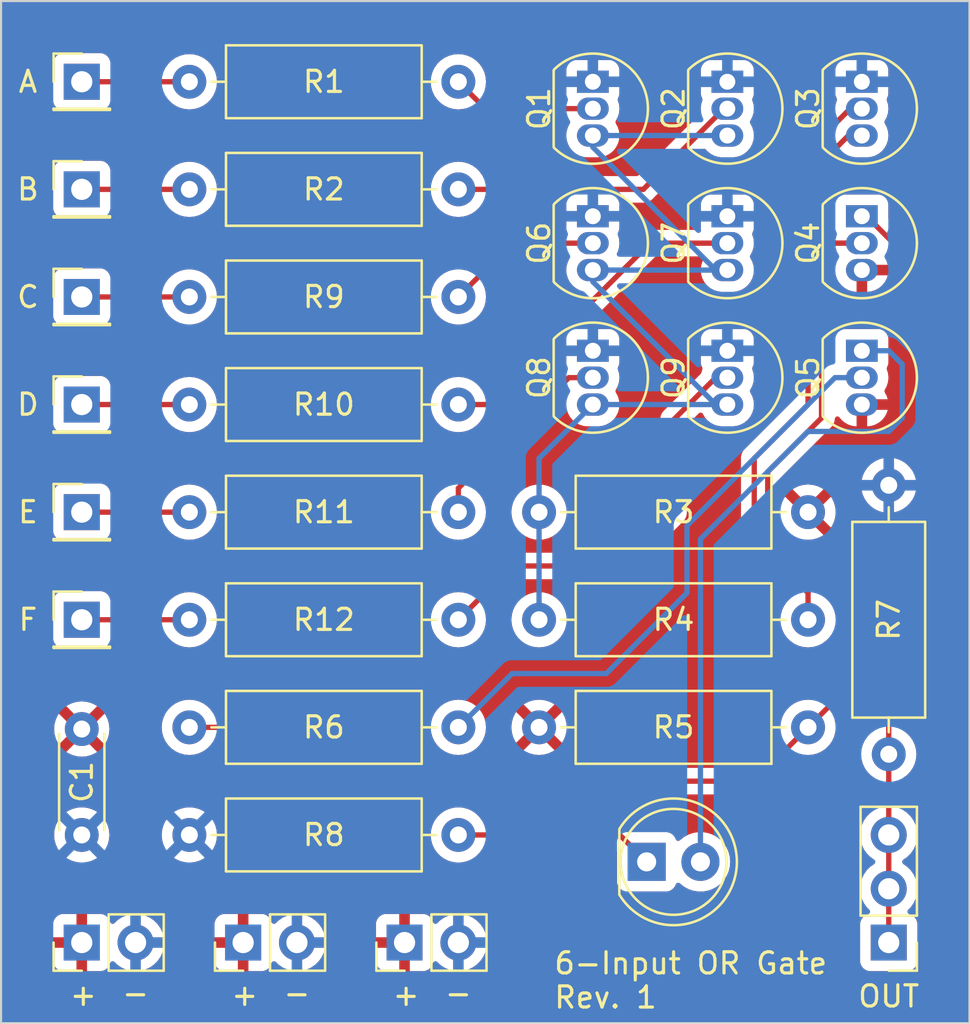
<source format=kicad_pcb>
(kicad_pcb (version 20221018) (generator pcbnew)
  (layers (0 "F.Cu" signal) (31 "B.Cu" signal) (34 "B.Paste" user) (35 "F.Paste" user) (36 "B.SilkS" user "B.Silkscreen") (37 "F.SilkS" user "F.Silkscreen") (38 "B.Mask" user) (39 "F.Mask" user) (44 "Edge.Cuts" user))
  (net 0 "")
  (net 1 "VCC")
  (net 2 "GND")
  (net 3 "Net-(D1-K)")
  (net 4 "Net-(D1-A)")
  (net 5 "Net-(J1-Pin_1)")
  (net 6 "Net-(J3-Pin_1)")
  (net 7 "Net-(J6-Pin_1)")
  (net 8 "Net-(J7-Pin_1)")
  (net 9 "Net-(J8-Pin_1)")
  (net 10 "Net-(J9-Pin_1)")
  (net 11 "Net-(J10-Pin_1)")
  (net 12 "Net-(Q1-B)")
  (net 13 "Net-(Q1-C)")
  (net 14 "Net-(Q2-B)")
  (net 15 "Net-(Q3-B)")
  (net 16 "Net-(Q3-C)")
  (net 17 "Net-(Q5-B)")
  (net 18 "Net-(Q6-B)")
  (net 19 "Net-(Q7-B)")
  (net 20 "Net-(Q8-B)")
  (net 21 "Net-(Q9-B)")
  (footprint "Package_TO_SOT_THT:TO-92_Inline" (layer "F.Cu") (at 107.95 31.75 -90)
    (fp_text reference "Q4" (at 1.27 2.54 90) (layer "F.SilkS"))
    (fp_text value "2N2222" hide)
    (fp_line (start -0.53 1.85) (end 3.07 1.85) (stroke (width 0.12)) (layer "F.SilkS"))
    (fp_arc (start -0.568478 1.838478) (mid -1.132087 -0.994977) (end 1.27 -2.6) (stroke (width 0.12)) (layer "F.SilkS"))
    (fp_arc (start 1.27 -2.6) (mid 3.672087 -0.994977) (end 3.108478 1.838478) (stroke (width 0.12)) (layer "F.SilkS"))
    (pad "1" thru_hole rect (at 0 0 270) (size 1.05 1.5) (drill 0.75) (layers "*.Cu" "*.Mask") (net 7 "Net-(J6-Pin_1)"))
    (pad "2" thru_hole oval (at 1.27 0 270) (size 1.05 1.5) (drill 0.75) (layers "*.Cu" "*.Mask") (net 16 "Net-(Q3-C)"))
    (pad "3" thru_hole oval (at 2.54 0 270) (size 1.05 1.5) (drill 0.75) (layers "*.Cu" "*.Mask") (net 1 "VCC"))
  )
  (footprint "Connector_PinHeader_2.54mm:PinHeader_1x01_P2.54mm_Vertical" (layer "F.Cu") (at 71.12 25.4)
    (fp_text reference "J1" hide)
    (fp_text value "A" (at -2.54 0) (layer "F.SilkS"))
    (fp_line (start -1.33 -1.33) (end 0 -1.33) (stroke (width 0.12)) (layer "F.SilkS"))
    (fp_line (start -1.33 0) (end -1.33 -1.33) (stroke (width 0.12)) (layer "F.SilkS"))
    (fp_line (start -1.33 1.27) (end -1.33 1.33) (stroke (width 0.12)) (layer "F.SilkS"))
    (fp_line (start -1.33 1.27) (end 1.33 1.27) (stroke (width 0.12)) (layer "F.SilkS"))
    (fp_line (start -1.33 1.33) (end 1.33 1.33) (stroke (width 0.12)) (layer "F.SilkS"))
    (fp_line (start 1.33 1.27) (end 1.33 1.33) (stroke (width 0.12)) (layer "F.SilkS"))
    (pad "1" thru_hole rect (at 0 0) (size 1.7 1.7) (drill 1) (layers "*.Cu" "*.Mask") (net 5 "Net-(J1-Pin_1)"))
  )
  (footprint "Resistor_THT:R_Axial_DIN0309_L9.0mm_D3.2mm_P12.70mm_Horizontal" (layer "F.Cu") (at 105.41 45.72 180)
    (fp_text reference "R3" (at 6.35 0) (layer "F.SilkS"))
    (fp_text value "1K")
    (fp_line (start 1.04 0) (end 1.73 0) (stroke (width 0.12)) (layer "F.SilkS"))
    (fp_line (start 1.73 -1.72) (end 1.73 1.72) (stroke (width 0.12)) (layer "F.SilkS"))
    (fp_line (start 1.73 1.72) (end 10.97 1.72) (stroke (width 0.12)) (layer "F.SilkS"))
    (fp_line (start 10.97 -1.72) (end 1.73 -1.72) (stroke (width 0.12)) (layer "F.SilkS"))
    (fp_line (start 10.97 1.72) (end 10.97 -1.72) (stroke (width 0.12)) (layer "F.SilkS"))
    (fp_line (start 11.66 0) (end 10.97 0) (stroke (width 0.12)) (layer "F.SilkS"))
    (pad "1" thru_hole circle (at 0 0 180) (size 1.6 1.6) (drill 0.8) (layers "*.Cu" "*.Mask") (net 1 "VCC"))
    (pad "2" thru_hole oval (at 12.7 0 180) (size 1.6 1.6) (drill 0.8) (layers "*.Cu" "*.Mask") (net 13 "Net-(Q1-C)"))
  )
  (footprint "Package_TO_SOT_THT:TO-92_Inline" (layer "F.Cu") (at 101.6 25.4 -90)
    (fp_text reference "Q2" (at 1.27 2.54 90) (layer "F.SilkS"))
    (fp_text value "2N2222" hide)
    (fp_line (start -0.53 1.85) (end 3.07 1.85) (stroke (width 0.12)) (layer "F.SilkS"))
    (fp_arc (start -0.568478 1.838478) (mid -1.132087 -0.994977) (end 1.27 -2.6) (stroke (width 0.12)) (layer "F.SilkS"))
    (fp_arc (start 1.27 -2.6) (mid 3.672087 -0.994977) (end 3.108478 1.838478) (stroke (width 0.12)) (layer "F.SilkS"))
    (pad "1" thru_hole rect (at 0 0 270) (size 1.05 1.5) (drill 0.75) (layers "*.Cu" "*.Mask") (net 2 "GND"))
    (pad "2" thru_hole oval (at 1.27 0 270) (size 1.05 1.5) (drill 0.75) (layers "*.Cu" "*.Mask") (net 14 "Net-(Q2-B)"))
    (pad "3" thru_hole oval (at 2.54 0 270) (size 1.05 1.5) (drill 0.75) (layers "*.Cu" "*.Mask") (net 13 "Net-(Q1-C)"))
  )
  (footprint "Connector_PinHeader_2.54mm:PinHeader_1x01_P2.54mm_Vertical" (layer "F.Cu") (at 71.12 30.48)
    (fp_text reference "J3" hide)
    (fp_text value "B" (at -2.54 0) (layer "F.SilkS"))
    (fp_line (start -1.33 -1.33) (end 0 -1.33) (stroke (width 0.12)) (layer "F.SilkS"))
    (fp_line (start -1.33 0) (end -1.33 -1.33) (stroke (width 0.12)) (layer "F.SilkS"))
    (fp_line (start -1.33 1.27) (end -1.33 1.33) (stroke (width 0.12)) (layer "F.SilkS"))
    (fp_line (start -1.33 1.27) (end 1.33 1.27) (stroke (width 0.12)) (layer "F.SilkS"))
    (fp_line (start -1.33 1.33) (end 1.33 1.33) (stroke (width 0.12)) (layer "F.SilkS"))
    (fp_line (start 1.33 1.27) (end 1.33 1.33) (stroke (width 0.12)) (layer "F.SilkS"))
    (pad "1" thru_hole rect (at 0 0) (size 1.7 1.7) (drill 1) (layers "*.Cu" "*.Mask") (net 6 "Net-(J3-Pin_1)"))
  )
  (footprint "Resistor_THT:R_Axial_DIN0309_L9.0mm_D3.2mm_P12.70mm_Horizontal" (layer "F.Cu") (at 88.9 45.72 180)
    (fp_text reference "R11" (at 6.35 0) (layer "F.SilkS"))
    (fp_text value "10K")
    (fp_line (start 1.04 0) (end 1.73 0) (stroke (width 0.12)) (layer "F.SilkS"))
    (fp_line (start 1.73 -1.72) (end 1.73 1.72) (stroke (width 0.12)) (layer "F.SilkS"))
    (fp_line (start 1.73 1.72) (end 10.97 1.72) (stroke (width 0.12)) (layer "F.SilkS"))
    (fp_line (start 10.97 -1.72) (end 1.73 -1.72) (stroke (width 0.12)) (layer "F.SilkS"))
    (fp_line (start 10.97 1.72) (end 10.97 -1.72) (stroke (width 0.12)) (layer "F.SilkS"))
    (fp_line (start 11.66 0) (end 10.97 0) (stroke (width 0.12)) (layer "F.SilkS"))
    (pad "1" thru_hole circle (at 0 0 180) (size 1.6 1.6) (drill 0.8) (layers "*.Cu" "*.Mask") (net 20 "Net-(Q8-B)"))
    (pad "2" thru_hole oval (at 12.7 0 180) (size 1.6 1.6) (drill 0.8) (layers "*.Cu" "*.Mask") (net 10 "Net-(J9-Pin_1)"))
  )
  (footprint "Resistor_THT:R_Axial_DIN0309_L9.0mm_D3.2mm_P12.70mm_Horizontal" (layer "F.Cu") (at 88.9 30.48 180)
    (fp_text reference "R2" (at 6.35 0) (layer "F.SilkS"))
    (fp_text value "10K")
    (fp_line (start 1.04 0) (end 1.73 0) (stroke (width 0.12)) (layer "F.SilkS"))
    (fp_line (start 1.73 -1.72) (end 1.73 1.72) (stroke (width 0.12)) (layer "F.SilkS"))
    (fp_line (start 1.73 1.72) (end 10.97 1.72) (stroke (width 0.12)) (layer "F.SilkS"))
    (fp_line (start 10.97 -1.72) (end 1.73 -1.72) (stroke (width 0.12)) (layer "F.SilkS"))
    (fp_line (start 10.97 1.72) (end 10.97 -1.72) (stroke (width 0.12)) (layer "F.SilkS"))
    (fp_line (start 11.66 0) (end 10.97 0) (stroke (width 0.12)) (layer "F.SilkS"))
    (pad "1" thru_hole circle (at 0 0 180) (size 1.6 1.6) (drill 0.8) (layers "*.Cu" "*.Mask") (net 14 "Net-(Q2-B)"))
    (pad "2" thru_hole oval (at 12.7 0 180) (size 1.6 1.6) (drill 0.8) (layers "*.Cu" "*.Mask") (net 6 "Net-(J3-Pin_1)"))
  )
  (footprint "Package_TO_SOT_THT:TO-92_Inline" (layer "F.Cu") (at 95.25 25.4 -90)
    (fp_text reference "Q1" (at 1.27 2.54 90) (layer "F.SilkS"))
    (fp_text value "2N2222" hide)
    (fp_line (start -0.53 1.85) (end 3.07 1.85) (stroke (width 0.12)) (layer "F.SilkS"))
    (fp_arc (start -0.568478 1.838478) (mid -1.132087 -0.994977) (end 1.27 -2.6) (stroke (width 0.12)) (layer "F.SilkS"))
    (fp_arc (start 1.27 -2.6) (mid 3.672087 -0.994977) (end 3.108478 1.838478) (stroke (width 0.12)) (layer "F.SilkS"))
    (pad "1" thru_hole rect (at 0 0 270) (size 1.05 1.5) (drill 0.75) (layers "*.Cu" "*.Mask") (net 2 "GND"))
    (pad "2" thru_hole oval (at 1.27 0 270) (size 1.05 1.5) (drill 0.75) (layers "*.Cu" "*.Mask") (net 12 "Net-(Q1-B)"))
    (pad "3" thru_hole oval (at 2.54 0 270) (size 1.05 1.5) (drill 0.75) (layers "*.Cu" "*.Mask") (net 13 "Net-(Q1-C)"))
  )
  (footprint "Resistor_THT:R_Axial_DIN0309_L9.0mm_D3.2mm_P12.70mm_Horizontal" (layer "F.Cu") (at 92.71 55.88)
    (fp_text reference "R5" (at 6.35 0) (layer "F.SilkS"))
    (fp_text value "1K")
    (fp_line (start 1.04 0) (end 1.73 0) (stroke (width 0.12)) (layer "F.SilkS"))
    (fp_line (start 1.73 -1.72) (end 1.73 1.72) (stroke (width 0.12)) (layer "F.SilkS"))
    (fp_line (start 1.73 1.72) (end 10.97 1.72) (stroke (width 0.12)) (layer "F.SilkS"))
    (fp_line (start 10.97 -1.72) (end 1.73 -1.72) (stroke (width 0.12)) (layer "F.SilkS"))
    (fp_line (start 10.97 1.72) (end 10.97 -1.72) (stroke (width 0.12)) (layer "F.SilkS"))
    (fp_line (start 11.66 0) (end 10.97 0) (stroke (width 0.12)) (layer "F.SilkS"))
    (pad "1" thru_hole circle (at 0 0) (size 1.6 1.6) (drill 0.8) (layers "*.Cu" "*.Mask") (net 1 "VCC"))
    (pad "2" thru_hole oval (at 12.7 0) (size 1.6 1.6) (drill 0.8) (layers "*.Cu" "*.Mask") (net 16 "Net-(Q3-C)"))
  )
  (footprint "Package_TO_SOT_THT:TO-92_Inline" (layer "F.Cu") (at 95.25 38.1 -90)
    (fp_text reference "Q8" (at 1.27 2.54 90) (layer "F.SilkS"))
    (fp_text value "2N2222" hide)
    (fp_line (start -0.53 1.85) (end 3.07 1.85) (stroke (width 0.12)) (layer "F.SilkS"))
    (fp_arc (start -0.568478 1.838478) (mid -1.132087 -0.994977) (end 1.27 -2.6) (stroke (width 0.12)) (layer "F.SilkS"))
    (fp_arc (start 1.27 -2.6) (mid 3.672087 -0.994977) (end 3.108478 1.838478) (stroke (width 0.12)) (layer "F.SilkS"))
    (pad "1" thru_hole rect (at 0 0 270) (size 1.05 1.5) (drill 0.75) (layers "*.Cu" "*.Mask") (net 2 "GND"))
    (pad "2" thru_hole oval (at 1.27 0 270) (size 1.05 1.5) (drill 0.75) (layers "*.Cu" "*.Mask") (net 20 "Net-(Q8-B)"))
    (pad "3" thru_hole oval (at 2.54 0 270) (size 1.05 1.5) (drill 0.75) (layers "*.Cu" "*.Mask") (net 13 "Net-(Q1-C)"))
  )
  (footprint "Connector_PinHeader_2.54mm:PinHeader_1x01_P2.54mm_Vertical" (layer "F.Cu") (at 71.12 45.72)
    (fp_text reference "J9" hide)
    (fp_text value "E" (at -2.54 0) (layer "F.SilkS"))
    (fp_line (start -1.33 -1.33) (end 0 -1.33) (stroke (width 0.12)) (layer "F.SilkS"))
    (fp_line (start -1.33 0) (end -1.33 -1.33) (stroke (width 0.12)) (layer "F.SilkS"))
    (fp_line (start -1.33 1.27) (end -1.33 1.33) (stroke (width 0.12)) (layer "F.SilkS"))
    (fp_line (start -1.33 1.27) (end 1.33 1.27) (stroke (width 0.12)) (layer "F.SilkS"))
    (fp_line (start -1.33 1.33) (end 1.33 1.33) (stroke (width 0.12)) (layer "F.SilkS"))
    (fp_line (start 1.33 1.27) (end 1.33 1.33) (stroke (width 0.12)) (layer "F.SilkS"))
    (pad "1" thru_hole rect (at 0 0) (size 1.7 1.7) (drill 1) (layers "*.Cu" "*.Mask") (net 10 "Net-(J9-Pin_1)"))
  )
  (footprint "Package_TO_SOT_THT:TO-92_Inline" (layer "F.Cu") (at 107.95 38.1 -90)
    (fp_text reference "Q5" (at 1.27 2.54 90) (layer "F.SilkS"))
    (fp_text value "2N2222" hide)
    (fp_line (start -0.53 1.85) (end 3.07 1.85) (stroke (width 0.12)) (layer "F.SilkS"))
    (fp_arc (start -0.568478 1.838478) (mid -1.132087 -0.994977) (end 1.27 -2.6) (stroke (width 0.12)) (layer "F.SilkS"))
    (fp_arc (start 1.27 -2.6) (mid 3.672087 -0.994977) (end 3.108478 1.838478) (stroke (width 0.12)) (layer "F.SilkS"))
    (pad "1" thru_hole rect (at 0 0 270) (size 1.05 1.5) (drill 0.75) (layers "*.Cu" "*.Mask") (net 4 "Net-(D1-A)"))
    (pad "2" thru_hole oval (at 1.27 0 270) (size 1.05 1.5) (drill 0.75) (layers "*.Cu" "*.Mask") (net 17 "Net-(Q5-B)"))
    (pad "3" thru_hole oval (at 2.54 0 270) (size 1.05 1.5) (drill 0.75) (layers "*.Cu" "*.Mask") (net 1 "VCC"))
  )
  (footprint "Resistor_THT:R_Axial_DIN0309_L9.0mm_D3.2mm_P12.70mm_Horizontal" (layer "F.Cu") (at 88.9 35.56 180)
    (fp_text reference "R9" (at 6.35 0) (layer "F.SilkS"))
    (fp_text value "10K")
    (fp_line (start 1.04 0) (end 1.73 0) (stroke (width 0.12)) (layer "F.SilkS"))
    (fp_line (start 1.73 -1.72) (end 1.73 1.72) (stroke (width 0.12)) (layer "F.SilkS"))
    (fp_line (start 1.73 1.72) (end 10.97 1.72) (stroke (width 0.12)) (layer "F.SilkS"))
    (fp_line (start 10.97 -1.72) (end 1.73 -1.72) (stroke (width 0.12)) (layer "F.SilkS"))
    (fp_line (start 10.97 1.72) (end 10.97 -1.72) (stroke (width 0.12)) (layer "F.SilkS"))
    (fp_line (start 11.66 0) (end 10.97 0) (stroke (width 0.12)) (layer "F.SilkS"))
    (pad "1" thru_hole circle (at 0 0 180) (size 1.6 1.6) (drill 0.8) (layers "*.Cu" "*.Mask") (net 18 "Net-(Q6-B)"))
    (pad "2" thru_hole oval (at 12.7 0 180) (size 1.6 1.6) (drill 0.8) (layers "*.Cu" "*.Mask") (net 8 "Net-(J7-Pin_1)"))
  )
  (footprint "Package_TO_SOT_THT:TO-92_Inline" (layer "F.Cu") (at 107.95 25.4 -90)
    (fp_text reference "Q3" (at 1.27 2.54 90) (layer "F.SilkS"))
    (fp_text value "2N2222" hide)
    (fp_line (start -0.53 1.85) (end 3.07 1.85) (stroke (width 0.12)) (layer "F.SilkS"))
    (fp_arc (start -0.568478 1.838478) (mid -1.132087 -0.994977) (end 1.27 -2.6) (stroke (width 0.12)) (layer "F.SilkS"))
    (fp_arc (start 1.27 -2.6) (mid 3.672087 -0.994977) (end 3.108478 1.838478) (stroke (width 0.12)) (layer "F.SilkS"))
    (pad "1" thru_hole rect (at 0 0 270) (size 1.05 1.5) (drill 0.75) (layers "*.Cu" "*.Mask") (net 2 "GND"))
    (pad "2" thru_hole oval (at 1.27 0 270) (size 1.05 1.5) (drill 0.75) (layers "*.Cu" "*.Mask") (net 15 "Net-(Q3-B)"))
    (pad "3" thru_hole oval (at 2.54 0 270) (size 1.05 1.5) (drill 0.75) (layers "*.Cu" "*.Mask") (net 16 "Net-(Q3-C)"))
  )
  (footprint "Package_TO_SOT_THT:TO-92_Inline" (layer "F.Cu") (at 101.6 31.75 -90)
    (fp_text reference "Q7" (at 1.27 2.54 90) (layer "F.SilkS"))
    (fp_text value "2N2222" hide)
    (fp_line (start -0.53 1.85) (end 3.07 1.85) (stroke (width 0.12)) (layer "F.SilkS"))
    (fp_arc (start -0.568478 1.838478) (mid -1.132087 -0.994977) (end 1.27 -2.6) (stroke (width 0.12)) (layer "F.SilkS"))
    (fp_arc (start 1.27 -2.6) (mid 3.672087 -0.994977) (end 3.108478 1.838478) (stroke (width 0.12)) (layer "F.SilkS"))
    (pad "1" thru_hole rect (at 0 0 270) (size 1.05 1.5) (drill 0.75) (layers "*.Cu" "*.Mask") (net 2 "GND"))
    (pad "2" thru_hole oval (at 1.27 0 270) (size 1.05 1.5) (drill 0.75) (layers "*.Cu" "*.Mask") (net 19 "Net-(Q7-B)"))
    (pad "3" thru_hole oval (at 2.54 0 270) (size 1.05 1.5) (drill 0.75) (layers "*.Cu" "*.Mask") (net 13 "Net-(Q1-C)"))
  )
  (footprint "Connector_PinHeader_2.54mm:PinHeader_1x02_P2.54mm_Vertical" (layer "F.Cu") (at 71.12 66.04 90)
    (fp_text reference "J2" hide)
    (fp_text value "Power")
    (fp_line (start -1.33 -1.33) (end 0 -1.33) (stroke (width 0.12)) (layer "F.SilkS"))
    (fp_line (start -1.33 0) (end -1.33 -1.33) (stroke (width 0.12)) (layer "F.SilkS"))
    (fp_line (start -1.33 1.27) (end -1.33 3.87) (stroke (width 0.12)) (layer "F.SilkS"))
    (fp_line (start -1.33 1.27) (end 1.33 1.27) (stroke (width 0.12)) (layer "F.SilkS"))
    (fp_line (start -1.33 3.87) (end 1.33 3.87) (stroke (width 0.12)) (layer "F.SilkS"))
    (fp_line (start 1.33 1.27) (end 1.33 3.87) (stroke (width 0.12)) (layer "F.SilkS"))
    (pad "1" thru_hole rect (at 0 0 90) (size 1.7 1.7) (drill 1) (layers "*.Cu" "*.Mask") (net 1 "VCC"))
    (pad "2" thru_hole oval (at 0 2.54 90) (size 1.7 1.7) (drill 1) (layers "*.Cu" "*.Mask") (net 2 "GND"))
  )
  (footprint "Resistor_THT:R_Axial_DIN0309_L9.0mm_D3.2mm_P12.70mm_Horizontal" (layer "F.Cu") (at 109.22 57.15 90)
    (fp_text reference "R7" (at 6.35 0 90) (layer "F.SilkS"))
    (fp_text value "1K")
    (fp_line (start 1.04 0) (end 1.73 0) (stroke (width 0.12)) (layer "F.SilkS"))
    (fp_line (start 1.73 -1.72) (end 1.73 1.72) (stroke (width 0.12)) (layer "F.SilkS"))
    (fp_line (start 1.73 1.72) (end 10.97 1.72) (stroke (width 0.12)) (layer "F.SilkS"))
    (fp_line (start 10.97 -1.72) (end 1.73 -1.72) (stroke (width 0.12)) (layer "F.SilkS"))
    (fp_line (start 10.97 1.72) (end 10.97 -1.72) (stroke (width 0.12)) (layer "F.SilkS"))
    (fp_line (start 11.66 0) (end 10.97 0) (stroke (width 0.12)) (layer "F.SilkS"))
    (pad "1" thru_hole circle (at 0 0 90) (size 1.6 1.6) (drill 0.8) (layers "*.Cu" "*.Mask") (net 7 "Net-(J6-Pin_1)"))
    (pad "2" thru_hole oval (at 12.7 0 90) (size 1.6 1.6) (drill 0.8) (layers "*.Cu" "*.Mask") (net 2 "GND"))
  )
  (footprint "Capacitor_THT:C_Disc_D4.3mm_W1.9mm_P5.00mm" (layer "F.Cu") (at 71.12 55.96 -90)
    (fp_text reference "C1" (at 2.5 0 90) (layer "F.SilkS"))
    (fp_text value "0.1uF")
    (fp_line (start 0.23 -1.07) (end 0.23 -1.055) (stroke (width 0.12)) (layer "F.SilkS"))
    (fp_line (start 0.23 -1.07) (end 4.77 -1.07) (stroke (width 0.12)) (layer "F.SilkS"))
    (fp_line (start 0.23 1.055) (end 0.23 1.07) (stroke (width 0.12)) (layer "F.SilkS"))
    (fp_line (start 0.23 1.07) (end 4.77 1.07) (stroke (width 0.12)) (layer "F.SilkS"))
    (fp_line (start 4.77 -1.07) (end 4.77 -1.055) (stroke (width 0.12)) (layer "F.SilkS"))
    (fp_line (start 4.77 1.055) (end 4.77 1.07) (stroke (width 0.12)) (layer "F.SilkS"))
    (pad "1" thru_hole circle (at 0 0 270) (size 1.6 1.6) (drill 0.8) (layers "*.Cu" "*.Mask") (net 1 "VCC"))
    (pad "2" thru_hole circle (at 5 0 270) (size 1.6 1.6) (drill 0.8) (layers "*.Cu" "*.Mask") (net 2 "GND"))
  )
  (footprint "Connector_PinHeader_2.54mm:PinHeader_1x02_P2.54mm_Vertical" (layer "F.Cu") (at 86.36 66.04 90)
    (fp_text reference "J5" hide)
    (fp_text value "Power")
    (fp_line (start -1.33 -1.33) (end 0 -1.33) (stroke (width 0.12)) (layer "F.SilkS"))
    (fp_line (start -1.33 0) (end -1.33 -1.33) (stroke (width 0.12)) (layer "F.SilkS"))
    (fp_line (start -1.33 1.27) (end -1.33 3.87) (stroke (width 0.12)) (layer "F.SilkS"))
    (fp_line (start -1.33 1.27) (end 1.33 1.27) (stroke (width 0.12)) (layer "F.SilkS"))
    (fp_line (start -1.33 3.87) (end 1.33 3.87) (stroke (width 0.12)) (layer "F.SilkS"))
    (fp_line (start 1.33 1.27) (end 1.33 3.87) (stroke (width 0.12)) (layer "F.SilkS"))
    (pad "1" thru_hole rect (at 0 0 90) (size 1.7 1.7) (drill 1) (layers "*.Cu" "*.Mask") (net 1 "VCC"))
    (pad "2" thru_hole oval (at 0 2.54 90) (size 1.7 1.7) (drill 1) (layers "*.Cu" "*.Mask") (net 2 "GND"))
  )
  (footprint "Resistor_THT:R_Axial_DIN0309_L9.0mm_D3.2mm_P12.70mm_Horizontal" (layer "F.Cu") (at 105.41 50.8 180)
    (fp_text reference "R4" (at 6.35 0) (layer "F.SilkS"))
    (fp_text value "10K")
    (fp_line (start 1.04 0) (end 1.73 0) (stroke (width 0.12)) (layer "F.SilkS"))
    (fp_line (start 1.73 -1.72) (end 1.73 1.72) (stroke (width 0.12)) (layer "F.SilkS"))
    (fp_line (start 1.73 1.72) (end 10.97 1.72) (stroke (width 0.12)) (layer "F.SilkS"))
    (fp_line (start 10.97 -1.72) (end 1.73 -1.72) (stroke (width 0.12)) (layer "F.SilkS"))
    (fp_line (start 10.97 1.72) (end 10.97 -1.72) (stroke (width 0.12)) (layer "F.SilkS"))
    (fp_line (start 11.66 0) (end 10.97 0) (stroke (width 0.12)) (layer "F.SilkS"))
    (pad "1" thru_hole circle (at 0 0 180) (size 1.6 1.6) (drill 0.8) (layers "*.Cu" "*.Mask") (net 15 "Net-(Q3-B)"))
    (pad "2" thru_hole oval (at 12.7 0 180) (size 1.6 1.6) (drill 0.8) (layers "*.Cu" "*.Mask") (net 13 "Net-(Q1-C)"))
  )
  (footprint "Resistor_THT:R_Axial_DIN0309_L9.0mm_D3.2mm_P12.70mm_Horizontal" (layer "F.Cu") (at 88.9 55.88 180)
    (fp_text reference "R6" (at 6.35 0) (layer "F.SilkS"))
    (fp_text value "10K")
    (fp_line (start 1.04 0) (end 1.73 0) (stroke (width 0.12)) (layer "F.SilkS"))
    (fp_line (start 1.73 -1.72) (end 1.73 1.72) (stroke (width 0.12)) (layer "F.SilkS"))
    (fp_line (start 1.73 1.72) (end 10.97 1.72) (stroke (width 0.12)) (layer "F.SilkS"))
    (fp_line (start 10.97 -1.72) (end 1.73 -1.72) (stroke (width 0.12)) (layer "F.SilkS"))
    (fp_line (start 10.97 1.72) (end 10.97 -1.72) (stroke (width 0.12)) (layer "F.SilkS"))
    (fp_line (start 11.66 0) (end 10.97 0) (stroke (width 0.12)) (layer "F.SilkS"))
    (pad "1" thru_hole circle (at 0 0 180) (size 1.6 1.6) (drill 0.8) (layers "*.Cu" "*.Mask") (net 17 "Net-(Q5-B)"))
    (pad "2" thru_hole oval (at 12.7 0 180) (size 1.6 1.6) (drill 0.8) (layers "*.Cu" "*.Mask") (net 16 "Net-(Q3-C)"))
  )
  (footprint "Connector_PinHeader_2.54mm:PinHeader_1x02_P2.54mm_Vertical" (layer "F.Cu") (at 78.74 66.04 90)
    (fp_text reference "J4" hide)
    (fp_text value "Power")
    (fp_line (start -1.33 -1.33) (end 0 -1.33) (stroke (width 0.12)) (layer "F.SilkS"))
    (fp_line (start -1.33 0) (end -1.33 -1.33) (stroke (width 0.12)) (layer "F.SilkS"))
    (fp_line (start -1.33 1.27) (end -1.33 3.87) (stroke (width 0.12)) (layer "F.SilkS"))
    (fp_line (start -1.33 1.27) (end 1.33 1.27) (stroke (width 0.12)) (layer "F.SilkS"))
    (fp_line (start -1.33 3.87) (end 1.33 3.87) (stroke (width 0.12)) (layer "F.SilkS"))
    (fp_line (start 1.33 1.27) (end 1.33 3.87) (stroke (width 0.12)) (layer "F.SilkS"))
    (pad "1" thru_hole rect (at 0 0 90) (size 1.7 1.7) (drill 1) (layers "*.Cu" "*.Mask") (net 1 "VCC"))
    (pad "2" thru_hole oval (at 0 2.54 90) (size 1.7 1.7) (drill 1) (layers "*.Cu" "*.Mask") (net 2 "GND"))
  )
  (footprint "Resistor_THT:R_Axial_DIN0309_L9.0mm_D3.2mm_P12.70mm_Horizontal" (layer "F.Cu") (at 88.9 25.4 180)
    (fp_text reference "R1" (at 6.35 0) (layer "F.SilkS"))
    (fp_text value "10K")
    (fp_line (start 1.04 0) (end 1.73 0) (stroke (width 0.12)) (layer "F.SilkS"))
    (fp_line (start 1.73 -1.72) (end 1.73 1.72) (stroke (width 0.12)) (layer "F.SilkS"))
    (fp_line (start 1.73 1.72) (end 10.97 1.72) (stroke (width 0.12)) (layer "F.SilkS"))
    (fp_line (start 10.97 -1.72) (end 1.73 -1.72) (stroke (width 0.12)) (layer "F.SilkS"))
    (fp_line (start 10.97 1.72) (end 10.97 -1.72) (stroke (width 0.12)) (layer "F.SilkS"))
    (fp_line (start 11.66 0) (end 10.97 0) (stroke (width 0.12)) (layer "F.SilkS"))
    (pad "1" thru_hole circle (at 0 0 180) (size 1.6 1.6) (drill 0.8) (layers "*.Cu" "*.Mask") (net 12 "Net-(Q1-B)"))
    (pad "2" thru_hole oval (at 12.7 0 180) (size 1.6 1.6) (drill 0.8) (layers "*.Cu" "*.Mask") (net 5 "Net-(J1-Pin_1)"))
  )
  (footprint "Resistor_THT:R_Axial_DIN0309_L9.0mm_D3.2mm_P12.70mm_Horizontal" (layer "F.Cu") (at 88.9 40.64 180)
    (fp_text reference "R10" (at 6.35 0) (layer "F.SilkS"))
    (fp_text value "10K")
    (fp_line (start 1.04 0) (end 1.73 0) (stroke (width 0.12)) (layer "F.SilkS"))
    (fp_line (start 1.73 -1.72) (end 1.73 1.72) (stroke (width 0.12)) (layer "F.SilkS"))
    (fp_line (start 1.73 1.72) (end 10.97 1.72) (stroke (width 0.12)) (layer "F.SilkS"))
    (fp_line (start 10.97 -1.72) (end 1.73 -1.72) (stroke (width 0.12)) (layer "F.SilkS"))
    (fp_line (start 10.97 1.72) (end 10.97 -1.72) (stroke (width 0.12)) (layer "F.SilkS"))
    (fp_line (start 11.66 0) (end 10.97 0) (stroke (width 0.12)) (layer "F.SilkS"))
    (pad "1" thru_hole circle (at 0 0 180) (size 1.6 1.6) (drill 0.8) (layers "*.Cu" "*.Mask") (net 19 "Net-(Q7-B)"))
    (pad "2" thru_hole oval (at 12.7 0 180) (size 1.6 1.6) (drill 0.8) (layers "*.Cu" "*.Mask") (net 9 "Net-(J8-Pin_1)"))
  )
  (footprint "Package_TO_SOT_THT:TO-92_Inline" (layer "F.Cu") (at 101.6 38.1 -90)
    (fp_text reference "Q9" (at 1.27 2.54 90) (layer "F.SilkS"))
    (fp_text value "2N2222" hide)
    (fp_line (start -0.53 1.85) (end 3.07 1.85) (stroke (width 0.12)) (layer "F.SilkS"))
    (fp_arc (start -0.568478 1.838478) (mid -1.132087 -0.994977) (end 1.27 -2.6) (stroke (width 0.12)) (layer "F.SilkS"))
    (fp_arc (start 1.27 -2.6) (mid 3.672087 -0.994977) (end 3.108478 1.838478) (stroke (width 0.12)) (layer "F.SilkS"))
    (pad "1" thru_hole rect (at 0 0 270) (size 1.05 1.5) (drill 0.75) (layers "*.Cu" "*.Mask") (net 2 "GND"))
    (pad "2" thru_hole oval (at 1.27 0 270) (size 1.05 1.5) (drill 0.75) (layers "*.Cu" "*.Mask") (net 21 "Net-(Q9-B)"))
    (pad "3" thru_hole oval (at 2.54 0 270) (size 1.05 1.5) (drill 0.75) (layers "*.Cu" "*.Mask") (net 13 "Net-(Q1-C)"))
  )
  (footprint "Resistor_THT:R_Axial_DIN0309_L9.0mm_D3.2mm_P12.70mm_Horizontal" (layer "F.Cu") (at 76.2 60.96)
    (fp_text reference "R8" (at 6.35 0) (layer "F.SilkS"))
    (fp_text value "1K")
    (fp_line (start 1.04 0) (end 1.73 0) (stroke (width 0.12)) (layer "F.SilkS"))
    (fp_line (start 1.73 -1.72) (end 1.73 1.72) (stroke (width 0.12)) (layer "F.SilkS"))
    (fp_line (start 1.73 1.72) (end 10.97 1.72) (stroke (width 0.12)) (layer "F.SilkS"))
    (fp_line (start 10.97 -1.72) (end 1.73 -1.72) (stroke (width 0.12)) (layer "F.SilkS"))
    (fp_line (start 10.97 1.72) (end 10.97 -1.72) (stroke (width 0.12)) (layer "F.SilkS"))
    (fp_line (start 11.66 0) (end 10.97 0) (stroke (width 0.12)) (layer "F.SilkS"))
    (pad "1" thru_hole circle (at 0 0) (size 1.6 1.6) (drill 0.8) (layers "*.Cu" "*.Mask") (net 2 "GND"))
    (pad "2" thru_hole oval (at 12.7 0) (size 1.6 1.6) (drill 0.8) (layers "*.Cu" "*.Mask") (net 3 "Net-(D1-K)"))
  )
  (footprint "Connector_PinHeader_2.54mm:PinHeader_1x03_P2.54mm_Vertical" (layer "F.Cu") (at 109.22 66.04 180)
    (fp_text reference "J6" hide)
    (fp_text value "OUT" (at 0 -2.54) (layer "F.SilkS"))
    (fp_line (start -1.33 -1.33) (end 0 -1.33) (stroke (width 0.12)) (layer "F.SilkS"))
    (fp_line (start -1.33 0) (end -1.33 -1.33) (stroke (width 0.12)) (layer "F.SilkS"))
    (fp_line (start -1.33 1.27) (end -1.33 6.41) (stroke (width 0.12)) (layer "F.SilkS"))
    (fp_line (start -1.33 1.27) (end 1.33 1.27) (stroke (width 0.12)) (layer "F.SilkS"))
    (fp_line (start -1.33 6.41) (end 1.33 6.41) (stroke (width 0.12)) (layer "F.SilkS"))
    (fp_line (start 1.33 1.27) (end 1.33 6.41) (stroke (width 0.12)) (layer "F.SilkS"))
    (pad "1" thru_hole rect (at 0 0 180) (size 1.7 1.7) (drill 1) (layers "*.Cu" "*.Mask") (net 7 "Net-(J6-Pin_1)"))
    (pad "2" thru_hole oval (at 0 2.54 180) (size 1.7 1.7) (drill 1) (layers "*.Cu" "*.Mask") (net 7 "Net-(J6-Pin_1)"))
    (pad "3" thru_hole oval (at 0 5.08 180) (size 1.7 1.7) (drill 1) (layers "*.Cu" "*.Mask") (net 7 "Net-(J6-Pin_1)"))
  )
  (footprint "LED_THT:LED_D5.0mm" (layer "F.Cu") (at 97.79 62.23)
    (fp_text reference "D1" hide)
    (fp_text value "RED")
    (fp_line (start -1.29 -1.545) (end -1.29 1.545) (stroke (width 0.12)) (layer "F.SilkS"))
    (fp_arc (start -1.29 -1.54483) (mid 2.072002 -2.880433) (end 4.26 0.000462) (stroke (width 0.12)) (layer "F.SilkS"))
    (fp_arc (start 4.26 -0.000462) (mid 2.072002 2.880433) (end -1.29 1.54483) (stroke (width 0.12)) (layer "F.SilkS"))
    (fp_circle (center 1.27 0) (end 3.77 0) (stroke (width 0.12)) (fill none) (layer "F.SilkS"))
    (pad "1" thru_hole rect (at 0 0) (size 1.8 1.8) (drill 0.9) (layers "*.Cu" "*.Mask") (net 3 "Net-(D1-K)"))
    (pad "2" thru_hole circle (at 2.54 0) (size 1.8 1.8) (drill 0.9) (layers "*.Cu" "*.Mask") (net 4 "Net-(D1-A)"))
  )
  (footprint "Package_TO_SOT_THT:TO-92_Inline" (layer "F.Cu") (at 95.25 31.75 -90)
    (fp_text reference "Q6" (at 1.27 2.54 90) (layer "F.SilkS"))
    (fp_text value "2N2222" hide)
    (fp_line (start -0.53 1.85) (end 3.07 1.85) (stroke (width 0.12)) (layer "F.SilkS"))
    (fp_arc (start -0.568478 1.838478) (mid -1.132087 -0.994977) (end 1.27 -2.6) (stroke (width 0.12)) (layer "F.SilkS"))
    (fp_arc (start 1.27 -2.6) (mid 3.672087 -0.994977) (end 3.108478 1.838478) (stroke (width 0.12)) (layer "F.SilkS"))
    (pad "1" thru_hole rect (at 0 0 270) (size 1.05 1.5) (drill 0.75) (layers "*.Cu" "*.Mask") (net 2 "GND"))
    (pad "2" thru_hole oval (at 1.27 0 270) (size 1.05 1.5) (drill 0.75) (layers "*.Cu" "*.Mask") (net 18 "Net-(Q6-B)"))
    (pad "3" thru_hole oval (at 2.54 0 270) (size 1.05 1.5) (drill 0.75) (layers "*.Cu" "*.Mask") (net 13 "Net-(Q1-C)"))
  )
  (footprint "Connector_PinHeader_2.54mm:PinHeader_1x01_P2.54mm_Vertical" (layer "F.Cu") (at 71.12 35.56)
    (fp_text reference "J7" hide)
    (fp_text value "C" (at -2.54 0) (layer "F.SilkS"))
    (fp_line (start -1.33 -1.33) (end 0 -1.33) (stroke (width 0.12)) (layer "F.SilkS"))
    (fp_line (start -1.33 0) (end -1.33 -1.33) (stroke (width 0.12)) (layer "F.SilkS"))
    (fp_line (start -1.33 1.27) (end -1.33 1.33) (stroke (width 0.12)) (layer "F.SilkS"))
    (fp_line (start -1.33 1.27) (end 1.33 1.27) (stroke (width 0.12)) (layer "F.SilkS"))
    (fp_line (start -1.33 1.33) (end 1.33 1.33) (stroke (width 0.12)) (layer "F.SilkS"))
    (fp_line (start 1.33 1.27) (end 1.33 1.33) (stroke (width 0.12)) (layer "F.SilkS"))
    (pad "1" thru_hole rect (at 0 0) (size 1.7 1.7) (drill 1) (layers "*.Cu" "*.Mask") (net 8 "Net-(J7-Pin_1)"))
  )
  (footprint "Connector_PinHeader_2.54mm:PinHeader_1x01_P2.54mm_Vertical" (layer "F.Cu") (at 71.12 40.64)
    (fp_text reference "J8" hide)
    (fp_text value "D" (at -2.54 0) (layer "F.SilkS"))
    (fp_line (start -1.33 -1.33) (end 0 -1.33) (stroke (width 0.12)) (layer "F.SilkS"))
    (fp_line (start -1.33 0) (end -1.33 -1.33) (stroke (width 0.12)) (layer "F.SilkS"))
    (fp_line (start -1.33 1.27) (end -1.33 1.33) (stroke (width 0.12)) (layer "F.SilkS"))
    (fp_line (start -1.33 1.27) (end 1.33 1.27) (stroke (width 0.12)) (layer "F.SilkS"))
    (fp_line (start -1.33 1.33) (end 1.33 1.33) (stroke (width 0.12)) (layer "F.SilkS"))
    (fp_line (start 1.33 1.27) (end 1.33 1.33) (stroke (width 0.12)) (layer "F.SilkS"))
    (pad "1" thru_hole rect (at 0 0) (size 1.7 1.7) (drill 1) (layers "*.Cu" "*.Mask") (net 9 "Net-(J8-Pin_1)"))
  )
  (footprint "Connector_PinHeader_2.54mm:PinHeader_1x01_P2.54mm_Vertical" (layer "F.Cu") (at 71.12 50.8)
    (fp_text reference "J10" hide)
    (fp_text value "F" (at -2.54 0) (layer "F.SilkS"))
    (fp_line (start -1.33 -1.33) (end 0 -1.33) (stroke (width 0.12)) (layer "F.SilkS"))
    (fp_line (start -1.33 0) (end -1.33 -1.33) (stroke (width 0.12)) (layer "F.SilkS"))
    (fp_line (start -1.33 1.27) (end -1.33 1.33) (stroke (width 0.12)) (layer "F.SilkS"))
    (fp_line (start -1.33 1.27) (end 1.33 1.27) (stroke (width 0.12)) (layer "F.SilkS"))
    (fp_line (start -1.33 1.33) (end 1.33 1.33) (stroke (width 0.12)) (layer "F.SilkS"))
    (fp_line (start 1.33 1.27) (end 1.33 1.33) (stroke (width 0.12)) (layer "F.SilkS"))
    (pad "1" thru_hole rect (at 0 0) (size 1.7 1.7) (drill 1) (layers "*.Cu" "*.Mask") (net 11 "Net-(J10-Pin_1)"))
  )
  (footprint "Resistor_THT:R_Axial_DIN0309_L9.0mm_D3.2mm_P12.70mm_Horizontal" (layer "F.Cu") (at 88.9 50.8 180)
    (fp_text reference "R12" (at 6.35 0) (layer "F.SilkS"))
    (fp_text value "10K")
    (fp_line (start 1.04 0) (end 1.73 0) (stroke (width 0.12)) (layer "F.SilkS"))
    (fp_line (start 1.73 -1.72) (end 1.73 1.72) (stroke (width 0.12)) (layer "F.SilkS"))
    (fp_line (start 1.73 1.72) (end 10.97 1.72) (stroke (width 0.12)) (layer "F.SilkS"))
    (fp_line (start 10.97 -1.72) (end 1.73 -1.72) (stroke (width 0.12)) (layer "F.SilkS"))
    (fp_line (start 10.97 1.72) (end 10.97 -1.72) (stroke (width 0.12)) (layer "F.SilkS"))
    (fp_line (start 11.66 0) (end 10.97 0) (stroke (width 0.12)) (layer "F.SilkS"))
    (pad "1" thru_hole circle (at 0 0 180) (size 1.6 1.6) (drill 0.8) (layers "*.Cu" "*.Mask") (net 21 "Net-(Q9-B)"))
    (pad "2" thru_hole oval (at 12.7 0 180) (size 1.6 1.6) (drill 0.8) (layers "*.Cu" "*.Mask") (net 11 "Net-(J10-Pin_1)"))
  )
  (gr_line (start 113.03 21.59) (end 67.31 21.59) (stroke (width 0.1)) (layer "Edge.Cuts"))
  (gr_line (start 113.03 69.85) (end 113.03 21.59) (stroke (width 0.1)) (layer "Edge.Cuts"))
  (gr_line (start 67.31 21.59) (end 67.31 69.85) (stroke (width 0.1)) (layer "Edge.Cuts"))
  (gr_line (start 67.31 69.85) (end 113.03 69.85) (stroke (width 0.1)) (layer "Edge.Cuts"))
  (gr_text "-" (at 81.28 68.58 180) (layer "F.SilkS") (effects (font (size 1 1))))
  (gr_text "-" (at 73.66 68.58 180) (layer "F.SilkS") (effects (font (size 1 1))))
  (gr_text "-" (at 88.9 68.58 180) (layer "F.SilkS") (effects (font (size 1 1))))
  (gr_text "+" (at 78.74 68.58 90) (layer "F.SilkS") (effects (font (size 1 1))))
  (gr_text "+" (at 86.36 68.58 90) (layer "F.SilkS") (effects (font (size 1 1))))
  (gr_text "+" (at 71.12 68.58 90) (layer "F.SilkS") (effects (font (size 1 1))))
  (gr_text "6-Input OR Gate\nRev. 1" (at 93.345 69.215) (layer "F.SilkS") (effects (font (size 1 1)) (justify left bottom)))
  (segment (start 88.9 60.96) (end 96.52 60.96) (width 0.25) (layer "F.Cu") (net 3))
  (segment (start 96.52 60.96) (end 97.79 62.23) (width 0.25) (layer "F.Cu") (net 3))
  (segment (start 107.95 38.1) (end 109.22 38.1) (width 0.25) (layer "B.Cu") (net 4))
  (segment (start 109.855 38.735) (end 109.855 41.275) (width 0.25) (layer "B.Cu") (net 4))
  (segment (start 105.41 41.91) (end 100.33 46.99) (width 0.25) (layer "B.Cu") (net 4))
  (segment (start 100.33 46.99) (end 100.33 62.23) (width 0.25) (layer "B.Cu") (net 4))
  (segment (start 109.22 38.1) (end 109.855 38.735) (width 0.25) (layer "B.Cu") (net 4))
  (segment (start 109.22 41.91) (end 105.41 41.91) (width 0.25) (layer "B.Cu") (net 4))
  (segment (start 109.855 41.275) (end 109.22 41.91) (width 0.25) (layer "B.Cu") (net 4))
  (segment (start 71.12 25.4) (end 76.2 25.4) (width 0.25) (layer "F.Cu") (net 5))
  (segment (start 76.2 30.48) (end 71.12 30.48) (width 0.25) (layer "F.Cu") (net 6))
  (segment (start 109.22 57.15) (end 109.22 48.895) (width 0.25) (layer "F.Cu") (net 7))
  (segment (start 108.175 31.75) (end 107.95 31.75) (width 0.25) (layer "F.Cu") (net 7))
  (segment (start 109.22 48.895) (end 111.125 46.99) (width 0.25) (layer "F.Cu") (net 7))
  (segment (start 111.125 46.99) (end 111.125 34.7) (width 0.25) (layer "F.Cu") (net 7))
  (segment (start 109.22 66.04) (end 109.22 63.5) (width 0.25) (layer "F.Cu") (net 7))
  (segment (start 111.125 34.7) (end 108.175 31.75) (width 0.25) (layer "F.Cu") (net 7))
  (segment (start 109.22 63.5) (end 109.22 60.96) (width 0.25) (layer "F.Cu") (net 7))
  (segment (start 109.22 60.96) (end 109.22 57.15) (width 0.25) (layer "F.Cu") (net 7))
  (segment (start 71.12 35.56) (end 76.2 35.56) (width 0.25) (layer "F.Cu") (net 8))
  (segment (start 71.12 40.64) (end 76.2 40.64) (width 0.25) (layer "F.Cu") (net 9))
  (segment (start 76.2 45.72) (end 71.12 45.72) (width 0.25) (layer "F.Cu") (net 10))
  (segment (start 71.12 50.8) (end 76.2 50.8) (width 0.25) (layer "F.Cu") (net 11))
  (segment (start 88.9 25.4) (end 90.17 26.67) (width 0.25) (layer "F.Cu") (net 12))
  (segment (start 90.17 26.67) (end 95.25 26.67) (width 0.25) (layer "F.Cu") (net 12))
  (segment (start 95.25 27.94) (end 101.6 27.94) (width 0.25) (layer "B.Cu") (net 13))
  (segment (start 101.6 34.29) (end 101.05 34.29) (width 0.25) (layer "B.Cu") (net 13))
  (segment (start 95.25 28.49) (end 95.25 27.94) (width 0.25) (layer "B.Cu") (net 13))
  (segment (start 92.71 50.8) (end 92.71 45.72) (width 0.25) (layer "B.Cu") (net 13))
  (segment (start 101.6 40.64) (end 101.05 40.64) (width 0.25) (layer "B.Cu") (net 13))
  (segment (start 92.71 43.18) (end 95.25 40.64) (width 0.25) (layer "B.Cu") (net 13))
  (segment (start 92.71 45.72) (end 92.71 43.18) (width 0.25) (layer "B.Cu") (net 13))
  (segment (start 101.05 34.29) (end 95.25 28.49) (width 0.25) (layer "B.Cu") (net 13))
  (segment (start 101.05 40.64) (end 95.25 34.84) (width 0.25) (layer "B.Cu") (net 13))
  (segment (start 95.25 40.64) (end 101.6 40.64) (width 0.25) (layer "B.Cu") (net 13))
  (segment (start 95.25 34.84) (end 95.25 34.29) (width 0.25) (layer "B.Cu") (net 13))
  (segment (start 95.25 34.29) (end 101.6 34.29) (width 0.25) (layer "B.Cu") (net 13))
  (segment (start 88.9 30.48) (end 97.632918 30.48) (width 0.25) (layer "F.Cu") (net 14))
  (segment (start 97.632918 30.48) (end 101.442918 26.67) (width 0.25) (layer "F.Cu") (net 14))
  (segment (start 101.442918 26.67) (end 101.6 26.67) (width 0.25) (layer "F.Cu") (net 14))
  (segment (start 107.95 26.67) (end 107.4 26.67) (width 0.25) (layer "F.Cu") (net 15))
  (segment (start 105.41 49.53) (end 105.41 50.8) (width 0.25) (layer "F.Cu") (net 15))
  (segment (start 102.87 46.99) (end 105.41 49.53) (width 0.25) (layer "F.Cu") (net 15))
  (segment (start 105.41 28.66) (end 105.41 40.64) (width 0.25) (layer "F.Cu") (net 15))
  (segment (start 102.87 43.18) (end 102.87 46.99) (width 0.25) (layer "F.Cu") (net 15))
  (segment (start 107.4 26.67) (end 105.41 28.66) (width 0.25) (layer "F.Cu") (net 15))
  (segment (start 105.41 40.64) (end 102.87 43.18) (width 0.25) (layer "F.Cu") (net 15))
  (segment (start 76.2 55.88) (end 81.28 55.88) (width 0.25) (layer "F.Cu") (net 16))
  (segment (start 107.95 33.02) (end 106.68 33.02) (width 0.25) (layer "F.Cu") (net 16))
  (segment (start 103.505 43.815) (end 103.505 46.515496) (width 0.25) (layer "F.Cu") (net 16))
  (segment (start 106.045 32.395) (end 106.67 33.02) (width 0.25) (layer "F.Cu") (net 16))
  (segment (start 106.045 33.655) (end 106.045 41.275) (width 0.25) (layer "F.Cu") (net 16))
  (segment (start 107.95 27.94) (end 107.315 27.94) (width 0.25) (layer "F.Cu") (net 16))
  (segment (start 106.045 41.275) (end 103.505 43.815) (width 0.25) (layer "F.Cu") (net 16))
  (segment (start 81.28 55.88) (end 83.82 58.42) (width 0.25) (layer "F.Cu") (net 16))
  (segment (start 107.315 53.975) (end 105.41 55.88) (width 0.25) (layer "F.Cu") (net 16))
  (segment (start 106.68 33.02) (end 106.045 33.655) (width 0.25) (layer "F.Cu") (net 16))
  (segment (start 107.315 50.325496) (end 107.315 53.975) (width 0.25) (layer "F.Cu") (net 16))
  (segment (start 107.315 27.94) (end 106.045 29.21) (width 0.25) (layer "F.Cu") (net 16))
  (segment (start 106.67 33.02) (end 107.95 33.02) (width 0.25) (layer "F.Cu") (net 16))
  (segment (start 103.505 46.515496) (end 107.315 50.325496) (width 0.25) (layer "F.Cu") (net 16))
  (segment (start 83.82 58.42) (end 102.87 58.42) (width 0.25) (layer "F.Cu") (net 16))
  (segment (start 106.045 29.21) (end 106.045 32.395) (width 0.25) (layer "F.Cu") (net 16))
  (segment (start 102.87 58.42) (end 105.41 55.88) (width 0.25) (layer "F.Cu") (net 16))
  (segment (start 106.68 39.37) (end 107.95 39.37) (width 0.25) (layer "B.Cu") (net 17))
  (segment (start 88.9 55.88) (end 91.44 53.34) (width 0.25) (layer "B.Cu") (net 17))
  (segment (start 95.885 53.34) (end 99.695 49.53) (width 0.25) (layer "B.Cu") (net 17))
  (segment (start 99.695 46.355) (end 106.68 39.37) (width 0.25) (layer "B.Cu") (net 17))
  (segment (start 91.44 53.34) (end 95.885 53.34) (width 0.25) (layer "B.Cu") (net 17))
  (segment (start 99.695 49.53) (end 99.695 46.355) (width 0.25) (layer "B.Cu") (net 17))
  (segment (start 91.44 33.02) (end 95.25 33.02) (width 0.25) (layer "F.Cu") (net 18))
  (segment (start 88.9 35.56) (end 91.44 33.02) (width 0.25) (layer "F.Cu") (net 18))
  (segment (start 97.947082 33.02) (end 101.6 33.02) (width 0.25) (layer "F.Cu") (net 19))
  (segment (start 90.327082 40.64) (end 97.947082 33.02) (width 0.25) (layer "F.Cu") (net 19))
  (segment (start 88.9 40.64) (end 90.327082 40.64) (width 0.25) (layer "F.Cu") (net 19))
  (segment (start 88.9 44.58863) (end 94.11863 39.37) (width 0.25) (layer "F.Cu") (net 20))
  (segment (start 94.11863 39.37) (end 95.25 39.37) (width 0.25) (layer "F.Cu") (net 20))
  (segment (start 88.9 45.72) (end 88.9 44.58863) (width 0.25) (layer "F.Cu") (net 20))
  (segment (start 99.06 41.36) (end 101.05 39.37) (width 0.25) (layer "F.Cu") (net 21))
  (segment (start 99.06 45.72) (end 99.06 41.36) (width 0.25) (layer "F.Cu") (net 21))
  (segment (start 96.52 48.26) (end 99.06 45.72) (width 0.25) (layer "F.Cu") (net 21))
  (segment (start 101.05 39.37) (end 101.6 39.37) (width 0.25) (layer "F.Cu") (net 21))
  (segment (start 91.44 48.26) (end 96.52 48.26) (width 0.25) (layer "F.Cu") (net 21))
  (segment (start 88.9 50.8) (end 91.44 48.26) (width 0.25) (layer "F.Cu") (net 21))
  (zone (net 1) (net_name "VCC") (layer "F.Cu") (connect_pads (clearance 0.5)) (min_thickness 0.25) (fill yes (thermal_gap 0.5) (thermal_bridge_width 0.5))
    (polygon (pts (xy 67.31 21.59) (xy 113.03 21.59) (xy 113.03 69.85) (xy 67.31 69.85)))
  )
  (zone (net 2) (net_name "GND") (layer "B.Cu") (priority 1) (connect_pads (clearance 0.5)) (min_thickness 0.25) (fill yes (thermal_gap 0.5) (thermal_bridge_width 0.5))
    (polygon (pts (xy 67.31 21.59) (xy 113.03 21.59) (xy 113.03 69.85) (xy 67.31 69.85)))
  )
)
</source>
